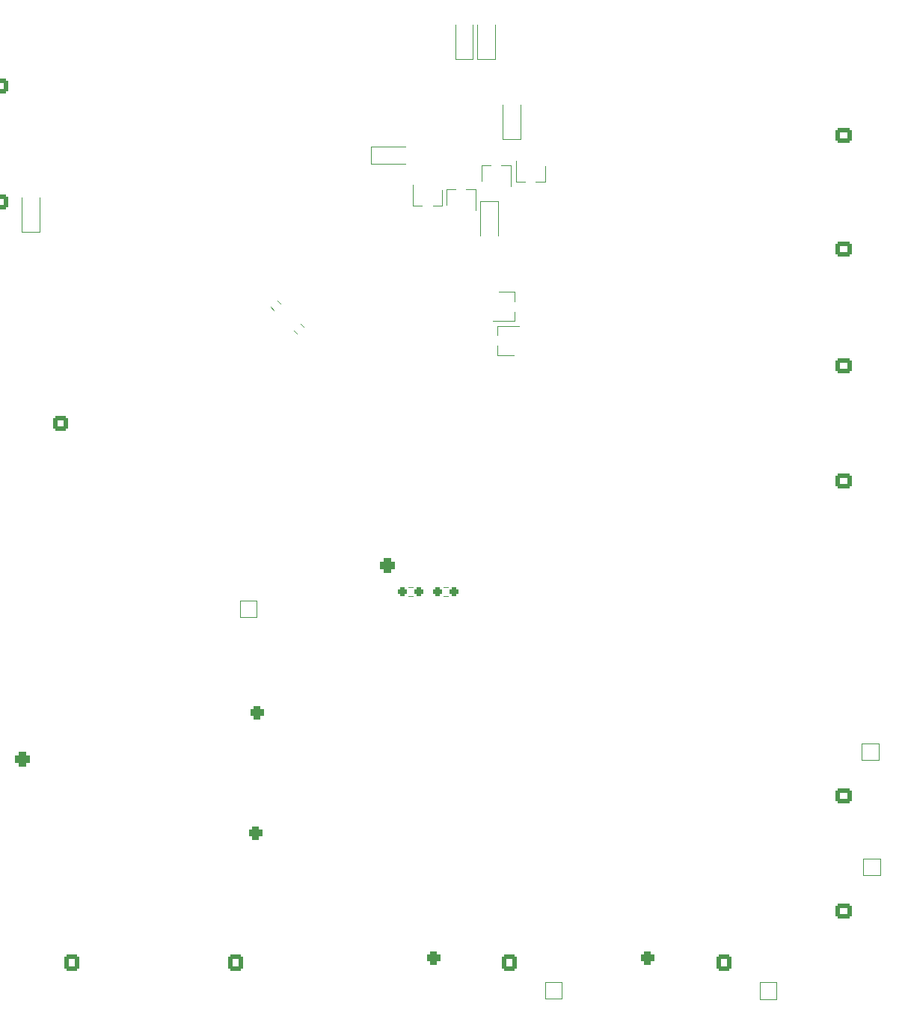
<source format=gbr>
%TF.GenerationSoftware,KiCad,Pcbnew,(6.0.11)*%
%TF.CreationDate,2023-12-12T02:53:41+09:00*%
%TF.ProjectId,Common_Control,436f6d6d-6f6e-45f4-936f-6e74726f6c2e,rev?*%
%TF.SameCoordinates,Original*%
%TF.FileFunction,Legend,Bot*%
%TF.FilePolarity,Positive*%
%FSLAX46Y46*%
G04 Gerber Fmt 4.6, Leading zero omitted, Abs format (unit mm)*
G04 Created by KiCad (PCBNEW (6.0.11)) date 2023-12-12 02:53:41*
%MOMM*%
%LPD*%
G01*
G04 APERTURE LIST*
G04 Aperture macros list*
%AMRoundRect*
0 Rectangle with rounded corners*
0 $1 Rounding radius*
0 $2 $3 $4 $5 $6 $7 $8 $9 X,Y pos of 4 corners*
0 Add a 4 corners polygon primitive as box body*
4,1,4,$2,$3,$4,$5,$6,$7,$8,$9,$2,$3,0*
0 Add four circle primitives for the rounded corners*
1,1,$1+$1,$2,$3*
1,1,$1+$1,$4,$5*
1,1,$1+$1,$6,$7*
1,1,$1+$1,$8,$9*
0 Add four rect primitives between the rounded corners*
20,1,$1+$1,$2,$3,$4,$5,0*
20,1,$1+$1,$4,$5,$6,$7,0*
20,1,$1+$1,$6,$7,$8,$9,0*
20,1,$1+$1,$8,$9,$2,$3,0*%
G04 Aperture macros list end*
%ADD10C,0.120000*%
%ADD11C,2.000000*%
%ADD12RoundRect,0.250000X-0.675000X0.600000X-0.675000X-0.600000X0.675000X-0.600000X0.675000X0.600000X0*%
%ADD13O,1.850000X1.700000*%
%ADD14RoundRect,0.425000X-0.425000X-0.425000X0.425000X-0.425000X0.425000X0.425000X-0.425000X0.425000X0*%
%ADD15C,1.700000*%
%ADD16C,1.400000*%
%ADD17R,3.500000X3.500000*%
%ADD18C,3.500000*%
%ADD19C,3.200000*%
%ADD20RoundRect,0.250000X0.675000X-0.600000X0.675000X0.600000X-0.675000X0.600000X-0.675000X-0.600000X0*%
%ADD21RoundRect,0.381000X-0.381000X-0.381000X0.381000X-0.381000X0.381000X0.381000X-0.381000X0.381000X0*%
%ADD22C,1.524000*%
%ADD23RoundRect,0.250000X-0.600000X-0.675000X0.600000X-0.675000X0.600000X0.675000X-0.600000X0.675000X0*%
%ADD24O,1.700000X1.850000*%
%ADD25C,1.600000*%
%ADD26R,1.700000X1.700000*%
%ADD27O,1.700000X1.700000*%
%ADD28RoundRect,0.425000X0.425000X0.425000X-0.425000X0.425000X-0.425000X-0.425000X0.425000X-0.425000X0*%
%ADD29R,1.400000X1.400000*%
%ADD30RoundRect,0.250000X0.600000X0.600000X-0.600000X0.600000X-0.600000X-0.600000X0.600000X-0.600000X0*%
%ADD31O,3.100000X4.300000*%
%ADD32R,1.600000X1.600000*%
%ADD33O,1.600000X1.600000*%
%ADD34R,1.524000X1.524000*%
%ADD35C,1.440000*%
%ADD36RoundRect,0.237500X-0.250000X-0.237500X0.250000X-0.237500X0.250000X0.237500X-0.250000X0.237500X0*%
%ADD37R,0.900000X1.200000*%
%ADD38R,1.500000X1.500000*%
%ADD39R,0.800000X1.800000*%
%ADD40R,1.800000X0.800000*%
%ADD41RoundRect,0.237500X-0.344715X0.008839X0.008839X-0.344715X0.344715X-0.008839X-0.008839X0.344715X0*%
%ADD42R,1.200000X0.900000*%
G04 APERTURE END LIST*
D10*
%TO.C,R62*%
X147305276Y-104462500D02*
X147814724Y-104462500D01*
X147305276Y-103417500D02*
X147814724Y-103417500D01*
%TO.C,D7*%
X139120000Y-53520000D02*
X143020000Y-53520000D01*
X139120000Y-55520000D02*
X139120000Y-53520000D01*
X139120000Y-55520000D02*
X143020000Y-55520000D01*
%TO.C,H10*%
X160700000Y-149980000D02*
X160700000Y-148080000D01*
X158800000Y-148080000D02*
X158800000Y-149980000D01*
X160700000Y-148080000D02*
X158800000Y-148080000D01*
X158800000Y-149980000D02*
X160700000Y-149980000D01*
%TO.C,Q10*%
X143840000Y-57840000D02*
X143840000Y-60240000D01*
X147140000Y-58440000D02*
X147140000Y-60240000D01*
X143840000Y-60240000D02*
X144890000Y-60240000D01*
X147140000Y-60240000D02*
X146090000Y-60240000D01*
%TO.C,Q19*%
X155840000Y-73820000D02*
X153440000Y-73820000D01*
X155240000Y-77120000D02*
X153440000Y-77120000D01*
X153440000Y-77120000D02*
X153440000Y-76070000D01*
X153440000Y-73820000D02*
X153440000Y-74870000D01*
%TO.C,R17*%
X131129346Y-73600420D02*
X131489580Y-73960654D01*
X130390420Y-74339346D02*
X130750654Y-74699580D01*
%TO.C,H13*%
X196550000Y-122970000D02*
X196550000Y-121070000D01*
X194650000Y-121070000D02*
X194650000Y-122970000D01*
X196550000Y-121070000D02*
X194650000Y-121070000D01*
X194650000Y-122970000D02*
X196550000Y-122970000D01*
%TO.C,Q12*%
X147610000Y-60140000D02*
X147610000Y-58340000D01*
X147610000Y-58340000D02*
X148660000Y-58340000D01*
X150910000Y-58340000D02*
X149860000Y-58340000D01*
X150910000Y-60740000D02*
X150910000Y-58340000D01*
%TO.C,Q7*%
X158780000Y-57510000D02*
X157730000Y-57510000D01*
X155480000Y-55110000D02*
X155480000Y-57510000D01*
X158780000Y-55710000D02*
X158780000Y-57510000D01*
X155480000Y-57510000D02*
X156530000Y-57510000D01*
%TO.C,D9*%
X153120000Y-43640000D02*
X153120000Y-39740000D01*
X153120000Y-43640000D02*
X151120000Y-43640000D01*
X151120000Y-43640000D02*
X151120000Y-39740000D01*
%TO.C,D8*%
X150620000Y-43640000D02*
X148620000Y-43640000D01*
X150620000Y-43640000D02*
X150620000Y-39740000D01*
X148620000Y-43640000D02*
X148620000Y-39740000D01*
%TO.C,H12*%
X196710000Y-134120000D02*
X194810000Y-134120000D01*
X196710000Y-136020000D02*
X196710000Y-134120000D01*
X194810000Y-134120000D02*
X194810000Y-136020000D01*
X194810000Y-136020000D02*
X196710000Y-136020000D01*
%TO.C,Q9*%
X154900000Y-58030000D02*
X154900000Y-55630000D01*
X154900000Y-55630000D02*
X153850000Y-55630000D01*
X151600000Y-57430000D02*
X151600000Y-55630000D01*
X151600000Y-55630000D02*
X152650000Y-55630000D01*
%TO.C,R16*%
X127750420Y-71679346D02*
X128110654Y-72039580D01*
X128489346Y-70940420D02*
X128849580Y-71300654D01*
%TO.C,D10*%
X151480000Y-59680000D02*
X151480000Y-63580000D01*
X151480000Y-59680000D02*
X153480000Y-59680000D01*
X153480000Y-59680000D02*
X153480000Y-63580000D01*
%TO.C,D3*%
X155990000Y-52730000D02*
X153990000Y-52730000D01*
X155990000Y-52730000D02*
X155990000Y-48830000D01*
X153990000Y-52730000D02*
X153990000Y-48830000D01*
%TO.C,D2*%
X101590000Y-63220000D02*
X99590000Y-63220000D01*
X99590000Y-63220000D02*
X99590000Y-59320000D01*
X101590000Y-63220000D02*
X101590000Y-59320000D01*
%TO.C,H6*%
X124250000Y-104900000D02*
X124250000Y-106800000D01*
X126150000Y-104900000D02*
X124250000Y-104900000D01*
X124250000Y-106800000D02*
X126150000Y-106800000D01*
X126150000Y-106800000D02*
X126150000Y-104900000D01*
%TO.C,H11*%
X183100000Y-148130000D02*
X183100000Y-150030000D01*
X185000000Y-148130000D02*
X183100000Y-148130000D01*
X185000000Y-150030000D02*
X185000000Y-148130000D01*
X183100000Y-150030000D02*
X185000000Y-150030000D01*
%TO.C,R61*%
X143305276Y-104462500D02*
X143814724Y-104462500D01*
X143305276Y-103417500D02*
X143814724Y-103417500D01*
%TO.C,Q16*%
X153530000Y-69980000D02*
X155330000Y-69980000D01*
X152930000Y-73280000D02*
X155330000Y-73280000D01*
X155330000Y-69980000D02*
X155330000Y-71030000D01*
X155330000Y-73280000D02*
X155330000Y-72230000D01*
%TD*%
%LPC*%
D11*
%TO.C,TP3*%
X196800000Y-96260000D03*
%TD*%
D12*
%TO.C,J20*%
X97100000Y-46720000D03*
D13*
X97100000Y-49220000D03*
X97100000Y-51720000D03*
%TD*%
D14*
%TO.C,U7*%
X140930000Y-100925000D03*
D15*
X143470000Y-100925000D03*
X146010000Y-100925000D03*
X148550000Y-100925000D03*
%TD*%
D16*
%TO.C,J5*%
X172940000Y-36735000D03*
X183940000Y-36735000D03*
D17*
X180940000Y-46735000D03*
D18*
X175940000Y-46735000D03*
%TD*%
D19*
%TO.C,H16*%
X94740000Y-38060000D03*
%TD*%
D20*
%TO.C,J19*%
X192590000Y-127060000D03*
D13*
X192590000Y-124560000D03*
X192590000Y-122060000D03*
%TD*%
D21*
%TO.C,SW16*%
X170440000Y-145410000D03*
D22*
X170440000Y-147950000D03*
X170440000Y-150490000D03*
%TD*%
D23*
%TO.C,J17*%
X179050000Y-145910000D03*
D24*
X181550000Y-145910000D03*
X184050000Y-145910000D03*
%TD*%
D16*
%TO.C,J2*%
X116820000Y-36735000D03*
X105820000Y-36735000D03*
D17*
X113820000Y-46735000D03*
D18*
X108820000Y-46735000D03*
%TD*%
D21*
%TO.C,SW7*%
X126220000Y-117610000D03*
D22*
X126220000Y-120150000D03*
X126220000Y-122690000D03*
%TD*%
D25*
%TO.C,C14*%
X146940000Y-43780000D03*
X146940000Y-38780000D03*
%TD*%
D26*
%TO.C,JP1*%
X164200000Y-96565000D03*
D27*
X164200000Y-94025000D03*
%TD*%
D11*
%TO.C,TP1*%
X114760000Y-70100000D03*
%TD*%
D20*
%TO.C,J9*%
X192590000Y-65170000D03*
D13*
X192590000Y-62670000D03*
X192590000Y-60170000D03*
%TD*%
D23*
%TO.C,J22*%
X105240000Y-145910000D03*
D24*
X107740000Y-145910000D03*
X110240000Y-145910000D03*
X112740000Y-145910000D03*
X115240000Y-145910000D03*
%TD*%
D15*
%TO.C,SW1*%
X102170000Y-125410000D03*
X102170000Y-115250000D03*
D28*
X99630000Y-122870000D03*
D15*
X99630000Y-120330000D03*
X99630000Y-117790000D03*
X104710000Y-122870000D03*
X104710000Y-120330000D03*
X104710000Y-117790000D03*
%TD*%
D20*
%TO.C,J10*%
X192590000Y-78350000D03*
D13*
X192590000Y-75850000D03*
X192590000Y-73350000D03*
%TD*%
D29*
%TO.C,SW5*%
X112180000Y-79972500D03*
D16*
X112180000Y-82472500D03*
X112180000Y-84972500D03*
X108880000Y-79972500D03*
X108880000Y-82472500D03*
X108880000Y-84972500D03*
%TD*%
D20*
%TO.C,J18*%
X192590000Y-140060000D03*
D13*
X192590000Y-137560000D03*
X192590000Y-135060000D03*
%TD*%
D30*
%TO.C,J7*%
X103937500Y-84850000D03*
D15*
X101397500Y-84850000D03*
X103937500Y-82310000D03*
X101397500Y-82310000D03*
X103937500Y-79770000D03*
X101397500Y-79770000D03*
X103937500Y-77230000D03*
X101397500Y-77230000D03*
X103937500Y-74690000D03*
X101397500Y-74690000D03*
%TD*%
D31*
%TO.C,U2*%
X172746007Y-109636712D03*
%TD*%
D26*
%TO.C,J1*%
X188840000Y-115210000D03*
D27*
X188840000Y-112670000D03*
X188840000Y-110130000D03*
X188840000Y-107590000D03*
X188840000Y-105050000D03*
X188840000Y-102510000D03*
X188840000Y-99970000D03*
%TD*%
D32*
%TO.C,U6*%
X161350000Y-67170000D03*
D33*
X161350000Y-69710000D03*
X161350000Y-72250000D03*
X161350000Y-74790000D03*
X168970000Y-74790000D03*
X168970000Y-72250000D03*
X168970000Y-69710000D03*
X168970000Y-67170000D03*
%TD*%
D21*
%TO.C,SW15*%
X146170000Y-145410000D03*
D22*
X146170000Y-147950000D03*
X146170000Y-150490000D03*
%TD*%
D20*
%TO.C,J11*%
X192590000Y-91360000D03*
D13*
X192590000Y-88860000D03*
X192590000Y-86360000D03*
%TD*%
D23*
%TO.C,J16*%
X154740000Y-145910000D03*
D24*
X157240000Y-145910000D03*
X159740000Y-145910000D03*
%TD*%
D32*
%TO.C,SW4*%
X167117428Y-120772700D03*
D33*
X167117428Y-123312700D03*
X174737428Y-123312700D03*
X174737428Y-120772700D03*
%TD*%
D11*
%TO.C,TP5*%
X188700000Y-38780000D03*
%TD*%
D32*
%TO.C,SW14*%
X161310000Y-79335000D03*
D33*
X161310000Y-81875000D03*
X168930000Y-81875000D03*
X168930000Y-79335000D03*
%TD*%
D16*
%TO.C,J4*%
X167990000Y-36735000D03*
X156990000Y-36735000D03*
D17*
X164990000Y-46735000D03*
D18*
X159990000Y-46735000D03*
%TD*%
D16*
%TO.C,J3*%
X124610000Y-36735000D03*
X135610000Y-36735000D03*
D17*
X132610000Y-46735000D03*
D18*
X127610000Y-46735000D03*
%TD*%
D12*
%TO.C,J21*%
X97070000Y-59790000D03*
D13*
X97070000Y-62290000D03*
X97070000Y-64790000D03*
%TD*%
D20*
%TO.C,J8*%
X192590000Y-52270000D03*
D13*
X192590000Y-49770000D03*
X192590000Y-47270000D03*
%TD*%
D32*
%TO.C,SW13*%
X110330000Y-127390000D03*
D33*
X110330000Y-129930000D03*
X110330000Y-132470000D03*
X110330000Y-135010000D03*
X117950000Y-135010000D03*
X117950000Y-132470000D03*
X117950000Y-129930000D03*
X117950000Y-127390000D03*
%TD*%
D22*
%TO.C,J6*%
X103190000Y-101705000D03*
X103190000Y-94085000D03*
D34*
X103190000Y-109325000D03*
D22*
X103190000Y-99165000D03*
X103190000Y-104245000D03*
X103190000Y-106785000D03*
X103190000Y-96625000D03*
X93030000Y-109325000D03*
X93030000Y-94085000D03*
X95570000Y-109325000D03*
X95570000Y-94085000D03*
%TD*%
D35*
%TO.C,RV1*%
X176203950Y-72005000D03*
X178000000Y-70208950D03*
X179796050Y-72005000D03*
%TD*%
D19*
%TO.C,H17*%
X194740000Y-148060000D03*
%TD*%
%TO.C,H15*%
X94740000Y-148060000D03*
%TD*%
D23*
%TO.C,J23*%
X123740000Y-145910000D03*
D24*
X126240000Y-145910000D03*
X128740000Y-145910000D03*
X131240000Y-145910000D03*
X133740000Y-145910000D03*
%TD*%
D21*
%TO.C,SW8*%
X126070000Y-131288000D03*
D22*
X126070000Y-133828000D03*
X126070000Y-136368000D03*
%TD*%
D11*
%TO.C,TP4*%
X172820000Y-81900000D03*
%TD*%
D19*
%TO.C,H14*%
X194740000Y-38060000D03*
%TD*%
D25*
%TO.C,C23*%
X117490000Y-94430000D03*
X122490000Y-94430000D03*
%TD*%
D36*
%TO.C,R62*%
X146647500Y-103940000D03*
X148472500Y-103940000D03*
%TD*%
D37*
%TO.C,D7*%
X139720000Y-54520000D03*
X143020000Y-54520000D03*
%TD*%
D38*
%TO.C,H10*%
X159750000Y-149030000D03*
%TD*%
D39*
%TO.C,Q10*%
X144540000Y-57640000D03*
X146440000Y-57640000D03*
X145490000Y-60940000D03*
%TD*%
D40*
%TO.C,Q19*%
X156040000Y-74520000D03*
X156040000Y-76420000D03*
X152740000Y-75470000D03*
%TD*%
D41*
%TO.C,R17*%
X130294765Y-73504765D03*
X131585235Y-74795235D03*
%TD*%
D38*
%TO.C,H13*%
X195600000Y-122020000D03*
%TD*%
D39*
%TO.C,Q12*%
X150210000Y-60940000D03*
X148310000Y-60940000D03*
X149260000Y-57640000D03*
%TD*%
%TO.C,Q7*%
X156180000Y-54910000D03*
X158080000Y-54910000D03*
X157130000Y-58210000D03*
%TD*%
D42*
%TO.C,D9*%
X152120000Y-43040000D03*
X152120000Y-39740000D03*
%TD*%
%TO.C,D8*%
X149620000Y-43040000D03*
X149620000Y-39740000D03*
%TD*%
D38*
%TO.C,H12*%
X195760000Y-135070000D03*
%TD*%
D39*
%TO.C,Q9*%
X154200000Y-58230000D03*
X152300000Y-58230000D03*
X153250000Y-54930000D03*
%TD*%
D41*
%TO.C,R16*%
X127654765Y-70844765D03*
X128945235Y-72135235D03*
%TD*%
D42*
%TO.C,D10*%
X152480000Y-60280000D03*
X152480000Y-63580000D03*
%TD*%
%TO.C,D3*%
X154990000Y-52130000D03*
X154990000Y-48830000D03*
%TD*%
%TO.C,D2*%
X100590000Y-62620000D03*
X100590000Y-59320000D03*
%TD*%
D38*
%TO.C,H6*%
X125200000Y-105850000D03*
%TD*%
%TO.C,H11*%
X184050000Y-149080000D03*
%TD*%
D36*
%TO.C,R61*%
X142647500Y-103940000D03*
X144472500Y-103940000D03*
%TD*%
D40*
%TO.C,Q16*%
X152730000Y-72580000D03*
X152730000Y-70680000D03*
X156030000Y-71630000D03*
%TD*%
M02*

</source>
